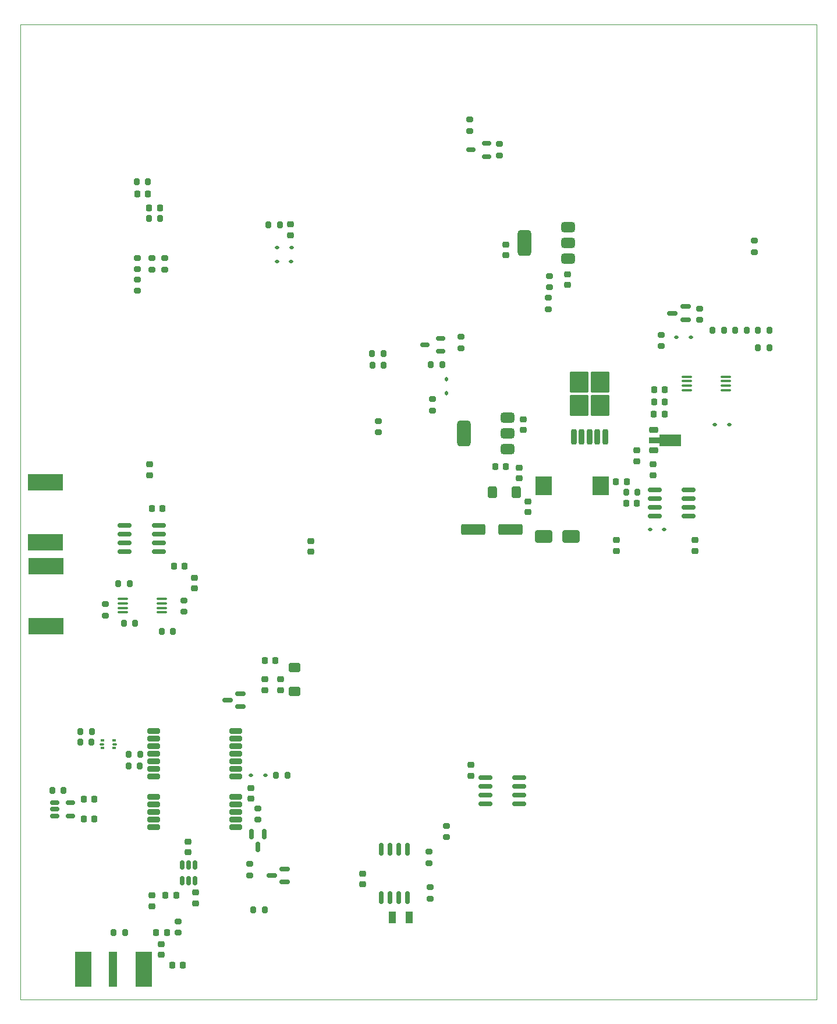
<source format=gbr>
%TF.GenerationSoftware,KiCad,Pcbnew,8.0.1*%
%TF.CreationDate,2024-08-10T17:13:53+02:00*%
%TF.ProjectId,Tracker,54726163-6b65-4722-9e6b-696361645f70,rev?*%
%TF.SameCoordinates,PX5aa5910PY998aa40*%
%TF.FileFunction,Paste,Bot*%
%TF.FilePolarity,Positive*%
%FSLAX46Y46*%
G04 Gerber Fmt 4.6, Leading zero omitted, Abs format (unit mm)*
G04 Created by KiCad (PCBNEW 8.0.1) date 2024-08-10 17:13:53*
%MOMM*%
%LPD*%
G01*
G04 APERTURE LIST*
G04 Aperture macros list*
%AMRoundRect*
0 Rectangle with rounded corners*
0 $1 Rounding radius*
0 $2 $3 $4 $5 $6 $7 $8 $9 X,Y pos of 4 corners*
0 Add a 4 corners polygon primitive as box body*
4,1,4,$2,$3,$4,$5,$6,$7,$8,$9,$2,$3,0*
0 Add four circle primitives for the rounded corners*
1,1,$1+$1,$2,$3*
1,1,$1+$1,$4,$5*
1,1,$1+$1,$6,$7*
1,1,$1+$1,$8,$9*
0 Add four rect primitives between the rounded corners*
20,1,$1+$1,$2,$3,$4,$5,0*
20,1,$1+$1,$4,$5,$6,$7,0*
20,1,$1+$1,$6,$7,$8,$9,0*
20,1,$1+$1,$8,$9,$2,$3,0*%
%AMFreePoly0*
4,1,9,3.862500,-0.866500,0.737500,-0.866500,0.737500,-0.450000,-0.737500,-0.450000,-0.737500,0.450000,0.737500,0.450000,0.737500,0.866500,3.862500,0.866500,3.862500,-0.866500,3.862500,-0.866500,$1*%
G04 Aperture macros list end*
%ADD10R,5.080000X2.420000*%
%ADD11RoundRect,0.218750X-0.256250X0.218750X-0.256250X-0.218750X0.256250X-0.218750X0.256250X0.218750X0*%
%ADD12RoundRect,0.200000X0.200000X0.275000X-0.200000X0.275000X-0.200000X-0.275000X0.200000X-0.275000X0*%
%ADD13RoundRect,0.150000X0.825000X0.150000X-0.825000X0.150000X-0.825000X-0.150000X0.825000X-0.150000X0*%
%ADD14RoundRect,0.200000X-0.275000X0.200000X-0.275000X-0.200000X0.275000X-0.200000X0.275000X0.200000X0*%
%ADD15RoundRect,0.225000X0.225000X0.250000X-0.225000X0.250000X-0.225000X-0.250000X0.225000X-0.250000X0*%
%ADD16RoundRect,0.225000X0.250000X-0.225000X0.250000X0.225000X-0.250000X0.225000X-0.250000X-0.225000X0*%
%ADD17RoundRect,0.150000X0.150000X-0.512500X0.150000X0.512500X-0.150000X0.512500X-0.150000X-0.512500X0*%
%ADD18RoundRect,0.200000X-0.200000X-0.275000X0.200000X-0.275000X0.200000X0.275000X-0.200000X0.275000X0*%
%ADD19RoundRect,0.225000X-0.225000X-0.250000X0.225000X-0.250000X0.225000X0.250000X-0.225000X0.250000X0*%
%ADD20RoundRect,0.112500X0.187500X0.112500X-0.187500X0.112500X-0.187500X-0.112500X0.187500X-0.112500X0*%
%ADD21RoundRect,0.200000X0.275000X-0.200000X0.275000X0.200000X-0.275000X0.200000X-0.275000X-0.200000X0*%
%ADD22RoundRect,0.250000X1.500000X0.550000X-1.500000X0.550000X-1.500000X-0.550000X1.500000X-0.550000X0*%
%ADD23RoundRect,0.250000X-0.600000X0.400000X-0.600000X-0.400000X0.600000X-0.400000X0.600000X0.400000X0*%
%ADD24RoundRect,0.100000X0.637500X0.100000X-0.637500X0.100000X-0.637500X-0.100000X0.637500X-0.100000X0*%
%ADD25RoundRect,0.375000X0.625000X0.375000X-0.625000X0.375000X-0.625000X-0.375000X0.625000X-0.375000X0*%
%ADD26RoundRect,0.500000X0.500000X1.400000X-0.500000X1.400000X-0.500000X-1.400000X0.500000X-1.400000X0*%
%ADD27RoundRect,0.225000X-0.250000X0.225000X-0.250000X-0.225000X0.250000X-0.225000X0.250000X0.225000X0*%
%ADD28RoundRect,0.150000X0.587500X0.150000X-0.587500X0.150000X-0.587500X-0.150000X0.587500X-0.150000X0*%
%ADD29RoundRect,0.093750X0.156250X0.093750X-0.156250X0.093750X-0.156250X-0.093750X0.156250X-0.093750X0*%
%ADD30RoundRect,0.075000X0.250000X0.075000X-0.250000X0.075000X-0.250000X-0.075000X0.250000X-0.075000X0*%
%ADD31RoundRect,0.200000X0.200000X-0.900000X0.200000X0.900000X-0.200000X0.900000X-0.200000X-0.900000X0*%
%ADD32RoundRect,0.250000X1.125000X-1.275000X1.125000X1.275000X-1.125000X1.275000X-1.125000X-1.275000X0*%
%ADD33RoundRect,0.250000X-1.000000X-0.650000X1.000000X-0.650000X1.000000X0.650000X-1.000000X0.650000X0*%
%ADD34RoundRect,0.218750X0.218750X0.256250X-0.218750X0.256250X-0.218750X-0.256250X0.218750X-0.256250X0*%
%ADD35RoundRect,0.112500X0.112500X-0.187500X0.112500X0.187500X-0.112500X0.187500X-0.112500X-0.187500X0*%
%ADD36RoundRect,0.150000X0.512500X0.150000X-0.512500X0.150000X-0.512500X-0.150000X0.512500X-0.150000X0*%
%ADD37R,1.000000X1.800000*%
%ADD38RoundRect,0.218750X0.256250X-0.218750X0.256250X0.218750X-0.256250X0.218750X-0.256250X-0.218750X0*%
%ADD39R,1.219200X5.072800*%
%ADD40R,2.420000X5.080000*%
%ADD41RoundRect,0.218750X-0.218750X-0.256250X0.218750X-0.256250X0.218750X0.256250X-0.218750X0.256250X0*%
%ADD42RoundRect,0.225000X-0.425000X-0.225000X0.425000X-0.225000X0.425000X0.225000X-0.425000X0.225000X0*%
%ADD43FreePoly0,0.000000*%
%ADD44RoundRect,0.150000X0.150000X-0.800000X0.150000X0.800000X-0.150000X0.800000X-0.150000X-0.800000X0*%
%ADD45RoundRect,0.200000X0.700000X0.200000X-0.700000X0.200000X-0.700000X-0.200000X0.700000X-0.200000X0*%
%ADD46RoundRect,0.100000X-0.637500X-0.100000X0.637500X-0.100000X0.637500X0.100000X-0.637500X0.100000X0*%
%ADD47RoundRect,0.250000X0.400000X0.600000X-0.400000X0.600000X-0.400000X-0.600000X0.400000X-0.600000X0*%
%ADD48RoundRect,0.112500X-0.187500X-0.112500X0.187500X-0.112500X0.187500X0.112500X-0.187500X0.112500X0*%
%ADD49R,2.450000X2.700000*%
%ADD50RoundRect,0.150000X-0.150000X0.587500X-0.150000X-0.587500X0.150000X-0.587500X0.150000X0.587500X0*%
%ADD51RoundRect,0.150000X-0.512500X-0.150000X0.512500X-0.150000X0.512500X0.150000X-0.512500X0.150000X0*%
%TA.AperFunction,Profile*%
%ADD52C,0.100000*%
%TD*%
G04 APERTURE END LIST*
D10*
%TO.C,J20*%
X3650000Y75150000D03*
X3650000Y66390000D03*
%TD*%
%TO.C,J2*%
X3690000Y62950000D03*
X3690000Y54190000D03*
%TD*%
D11*
%TO.C,L2*%
X37792000Y46497000D03*
X37792000Y44922000D03*
%TD*%
D12*
%TO.C,R76*%
X108905500Y94688000D03*
X107255500Y94688000D03*
%TD*%
D13*
%TO.C,U22*%
X20105000Y68880000D03*
X20105000Y67610000D03*
X20105000Y66340000D03*
X20105000Y65070000D03*
X15155000Y65070000D03*
X15155000Y66340000D03*
X15155000Y67610000D03*
X15155000Y68880000D03*
%TD*%
D12*
%TO.C,R81*%
X105610000Y97246000D03*
X103960000Y97246000D03*
%TD*%
D14*
%TO.C,R8*%
X12320000Y57390000D03*
X12320000Y55740000D03*
%TD*%
%TO.C,R98*%
X19075000Y107700000D03*
X19075000Y106050000D03*
%TD*%
D15*
%TO.C,C34*%
X22650000Y15100000D03*
X21100000Y15100000D03*
%TD*%
D16*
%TO.C,C4*%
X25260000Y59685000D03*
X25260000Y61235000D03*
%TD*%
D17*
%TO.C,U21*%
X25400000Y17225000D03*
X24450000Y17225000D03*
X23500000Y17225000D03*
X23500000Y19500000D03*
X24450000Y19500000D03*
X25400000Y19500000D03*
%TD*%
D18*
%TO.C,R101*%
X36050000Y112575000D03*
X37700000Y112575000D03*
%TD*%
D19*
%TO.C,C14*%
X92122000Y85054000D03*
X93672000Y85054000D03*
%TD*%
D20*
%TO.C,D30*%
X97482000Y96230000D03*
X95382000Y96230000D03*
%TD*%
D21*
%TO.C,R17*%
X22950000Y9650000D03*
X22950000Y11300000D03*
%TD*%
D22*
%TO.C,C33*%
X71225000Y68250000D03*
X65825000Y68250000D03*
%TD*%
D18*
%TO.C,R69*%
X8700000Y38925000D03*
X10350000Y38925000D03*
%TD*%
D19*
%TO.C,C27*%
X19120000Y71340000D03*
X20670000Y71340000D03*
%TD*%
D23*
%TO.C,D31*%
X39824000Y48196000D03*
X39824000Y44696000D03*
%TD*%
D19*
%TO.C,C12*%
X92148000Y88610000D03*
X93698000Y88610000D03*
%TD*%
D16*
%TO.C,C9*%
X24350000Y21325000D03*
X24350000Y22875000D03*
%TD*%
D24*
%TO.C,U29*%
X102608000Y90468000D03*
X102608000Y89818000D03*
X102608000Y89168000D03*
X102608000Y88518000D03*
X96883000Y88518000D03*
X96883000Y89168000D03*
X96883000Y89818000D03*
X96883000Y90468000D03*
%TD*%
D18*
%TO.C,R9*%
X14215000Y60360000D03*
X15865000Y60360000D03*
%TD*%
D21*
%TO.C,R33*%
X65350000Y126200000D03*
X65350000Y127850000D03*
%TD*%
D19*
%TO.C,C1*%
X22325000Y62925000D03*
X23875000Y62925000D03*
%TD*%
D25*
%TO.C,U11*%
X70812000Y84546000D03*
X70812000Y82246000D03*
D26*
X64512000Y82246000D03*
D25*
X70812000Y79946000D03*
%TD*%
D18*
%TO.C,R42*%
X51175000Y92125000D03*
X52825000Y92125000D03*
%TD*%
D27*
%TO.C,C37*%
X89608000Y79746000D03*
X89608000Y78196000D03*
%TD*%
D14*
%TO.C,R99*%
X16964000Y104612000D03*
X16964000Y102962000D03*
%TD*%
D28*
%TO.C,Q10*%
X32000000Y44400000D03*
X32000000Y42500000D03*
X30125000Y43450000D03*
%TD*%
D11*
%TO.C,L1*%
X35506000Y46497000D03*
X35506000Y44922000D03*
%TD*%
D14*
%TO.C,R51*%
X59940000Y87205000D03*
X59940000Y85555000D03*
%TD*%
D16*
%TO.C,C7*%
X33474000Y29161000D03*
X33474000Y30711000D03*
%TD*%
D18*
%TO.C,R66*%
X18650000Y113502000D03*
X20300000Y113502000D03*
%TD*%
D29*
%TO.C,U26*%
X13600000Y37575000D03*
D30*
X13675000Y37037500D03*
D29*
X13600000Y36500000D03*
X11900000Y36500000D03*
D30*
X11825000Y37037500D03*
D29*
X11900000Y37575000D03*
%TD*%
D27*
%TO.C,C15*%
X79550000Y105375000D03*
X79550000Y103825000D03*
%TD*%
D31*
%TO.C,U4*%
X85055000Y81700000D03*
X83915000Y81700000D03*
X82775000Y81700000D03*
D32*
X81250000Y86325000D03*
X84300000Y86325000D03*
X81250000Y89675000D03*
X84300000Y89675000D03*
D31*
X81635000Y81700000D03*
X80495000Y81700000D03*
%TD*%
D21*
%TO.C,R97*%
X20950000Y106050000D03*
X20950000Y107700000D03*
%TD*%
D12*
%TO.C,R39*%
X61330000Y92230000D03*
X59680000Y92230000D03*
%TD*%
D15*
%TO.C,C31*%
X18551000Y117058000D03*
X17001000Y117058000D03*
%TD*%
D11*
%TO.C,L3*%
X42230000Y66595000D03*
X42230000Y65020000D03*
%TD*%
D18*
%TO.C,R13*%
X15700000Y33900000D03*
X17350000Y33900000D03*
%TD*%
D21*
%TO.C,R83*%
X98752000Y98707000D03*
X98752000Y100357000D03*
%TD*%
D16*
%TO.C,C25*%
X20500000Y6450000D03*
X20500000Y8000000D03*
%TD*%
D33*
%TO.C,D23*%
X76075000Y67225000D03*
X80075000Y67225000D03*
%TD*%
D34*
%TO.C,L6*%
X21275000Y9650000D03*
X19700000Y9650000D03*
%TD*%
D12*
%TO.C,R82*%
X102308000Y97246000D03*
X100658000Y97246000D03*
%TD*%
D35*
%TO.C,D19*%
X61975000Y88050000D03*
X61975000Y90150000D03*
%TD*%
D16*
%TO.C,C30*%
X39250000Y111050000D03*
X39250000Y112600000D03*
%TD*%
D25*
%TO.C,U16*%
X79630000Y112210000D03*
X79630000Y109910000D03*
D26*
X73330000Y109910000D03*
D25*
X79630000Y107610000D03*
%TD*%
D18*
%TO.C,R32*%
X51150000Y93875000D03*
X52800000Y93875000D03*
%TD*%
D13*
%TO.C,U17*%
X72550000Y32185000D03*
X72550000Y30915000D03*
X72550000Y29645000D03*
X72550000Y28375000D03*
X67600000Y28375000D03*
X67600000Y29645000D03*
X67600000Y30915000D03*
X67600000Y32185000D03*
%TD*%
D21*
%TO.C,R36*%
X69680000Y122640000D03*
X69680000Y124290000D03*
%TD*%
D15*
%TO.C,C40*%
X89634000Y72100000D03*
X88084000Y72100000D03*
%TD*%
D14*
%TO.C,R44*%
X52075000Y84025000D03*
X52075000Y82375000D03*
%TD*%
D36*
%TO.C,Q8*%
X61075000Y96050000D03*
X61075000Y94150000D03*
X58800000Y95100000D03*
%TD*%
D20*
%TO.C,D36*%
X35600000Y32500000D03*
X33500000Y32500000D03*
%TD*%
D37*
%TO.C,Y2*%
X54050000Y11900000D03*
X56550000Y11900000D03*
%TD*%
D14*
%TO.C,R43*%
X64070000Y96250000D03*
X64070000Y94600000D03*
%TD*%
D19*
%TO.C,C36*%
X9200000Y26200000D03*
X10750000Y26200000D03*
%TD*%
D11*
%TO.C,L11*%
X92020000Y77713500D03*
X92020000Y76138500D03*
%TD*%
D14*
%TO.C,R49*%
X76756000Y101944000D03*
X76756000Y100294000D03*
%TD*%
D11*
%TO.C,L9*%
X19150000Y15100000D03*
X19150000Y13525000D03*
%TD*%
D27*
%TO.C,C11*%
X65478000Y34026000D03*
X65478000Y32476000D03*
%TD*%
D18*
%TO.C,R112*%
X88100000Y73675000D03*
X89750000Y73675000D03*
%TD*%
D15*
%TO.C,C26*%
X23600000Y4950000D03*
X22050000Y4950000D03*
%TD*%
D18*
%TO.C,R14*%
X15750000Y35600000D03*
X17400000Y35600000D03*
%TD*%
D12*
%TO.C,R75*%
X108905500Y97198000D03*
X107255500Y97198000D03*
%TD*%
D38*
%TO.C,L8*%
X86700000Y65125000D03*
X86700000Y66700000D03*
%TD*%
D11*
%TO.C,L10*%
X18742000Y77739000D03*
X18742000Y76164000D03*
%TD*%
%TO.C,L4*%
X98140000Y66700000D03*
X98140000Y65125000D03*
%TD*%
D39*
%TO.C,J10*%
X13479200Y4306400D03*
D40*
X9150000Y4310000D03*
X17910000Y4310000D03*
%TD*%
D41*
%TO.C,L14*%
X35506000Y49240000D03*
X37081000Y49240000D03*
%TD*%
D42*
%TO.C,U12*%
X92102000Y79744000D03*
D43*
X92189500Y81244000D03*
D42*
X92102000Y82744000D03*
%TD*%
D44*
%TO.C,U13*%
X56255000Y14750000D03*
X54985000Y14750000D03*
X53715000Y14750000D03*
X52445000Y14750000D03*
X52445000Y21750000D03*
X53715000Y21750000D03*
X54985000Y21750000D03*
X56255000Y21750000D03*
%TD*%
D21*
%TO.C,R52*%
X59600000Y14600000D03*
X59600000Y16250000D03*
%TD*%
D15*
%TO.C,C16*%
X70584000Y77434000D03*
X69034000Y77434000D03*
%TD*%
D28*
%TO.C,Q9*%
X96718000Y100663000D03*
X96718000Y98763000D03*
X94843000Y99713000D03*
%TD*%
D14*
%TO.C,R100*%
X16964000Y107723000D03*
X16964000Y106073000D03*
%TD*%
D45*
%TO.C,U3*%
X31325000Y39000000D03*
X31325000Y37900000D03*
X31325000Y36800000D03*
X31325000Y35700000D03*
X31325000Y34600000D03*
X31325000Y33500000D03*
X31325000Y32400000D03*
X31325000Y29400000D03*
X31325000Y28300000D03*
X31325000Y27200000D03*
X31325000Y26100000D03*
X31325000Y25000000D03*
X19325000Y25000000D03*
X19325000Y26100000D03*
X19325000Y27200000D03*
X19325000Y28300000D03*
X19325000Y29400000D03*
X19325000Y32400000D03*
X19325000Y33500000D03*
X19325000Y34600000D03*
X19325000Y35700000D03*
X19325000Y36800000D03*
X19325000Y37900000D03*
X19325000Y39000000D03*
%TD*%
D18*
%TO.C,R65*%
X16901000Y118836000D03*
X18551000Y118836000D03*
%TD*%
D12*
%TO.C,R7*%
X16660000Y54640000D03*
X15010000Y54640000D03*
%TD*%
D14*
%TO.C,R18*%
X59450000Y21425000D03*
X59450000Y19775000D03*
%TD*%
%TO.C,R27*%
X106700000Y110250000D03*
X106700000Y108600000D03*
%TD*%
D46*
%TO.C,U1*%
X14855000Y56200000D03*
X14855000Y56850000D03*
X14855000Y57500000D03*
X14855000Y58150000D03*
X20580000Y58150000D03*
X20580000Y57500000D03*
X20580000Y56850000D03*
X20580000Y56200000D03*
%TD*%
D38*
%TO.C,L13*%
X73800000Y70775000D03*
X73800000Y72350000D03*
%TD*%
D18*
%TO.C,R5*%
X20510000Y53470000D03*
X22160000Y53470000D03*
%TD*%
D28*
%TO.C,Q11*%
X38400000Y18900000D03*
X38400000Y17000000D03*
X36525000Y17950000D03*
%TD*%
D12*
%TO.C,R92*%
X38800000Y32550000D03*
X37150000Y32550000D03*
%TD*%
D36*
%TO.C,Q3*%
X67785000Y124380000D03*
X67785000Y122480000D03*
X65510000Y123430000D03*
%TD*%
D27*
%TO.C,C20*%
X49730000Y18252000D03*
X49730000Y16702000D03*
%TD*%
%TO.C,C18*%
X70558000Y109692000D03*
X70558000Y108142000D03*
%TD*%
D47*
%TO.C,D29*%
X72100000Y73650000D03*
X68600000Y73650000D03*
%TD*%
D15*
%TO.C,C32*%
X20266000Y115026000D03*
X18716000Y115026000D03*
%TD*%
D14*
%TO.C,R48*%
X76908000Y105120000D03*
X76908000Y103470000D03*
%TD*%
D48*
%TO.C,D22*%
X37275000Y107175000D03*
X39375000Y107175000D03*
%TD*%
D18*
%TO.C,R56*%
X13525000Y9650000D03*
X15175000Y9650000D03*
%TD*%
D38*
%TO.C,L7*%
X72575000Y75687500D03*
X72575000Y77262500D03*
%TD*%
D18*
%TO.C,R70*%
X8675000Y37400000D03*
X10325000Y37400000D03*
%TD*%
D12*
%TO.C,R71*%
X6250000Y30300000D03*
X4600000Y30300000D03*
%TD*%
D19*
%TO.C,C35*%
X9200000Y29100000D03*
X10750000Y29100000D03*
%TD*%
D13*
%TO.C,U10*%
X97175000Y74055000D03*
X97175000Y72785000D03*
X97175000Y71515000D03*
X97175000Y70245000D03*
X92225000Y70245000D03*
X92225000Y71515000D03*
X92225000Y72785000D03*
X92225000Y74055000D03*
%TD*%
D49*
%TO.C,L5*%
X76100000Y74575000D03*
X84350000Y74575000D03*
%TD*%
D48*
%TO.C,D16*%
X91550000Y68250000D03*
X93650000Y68250000D03*
%TD*%
D21*
%TO.C,R93*%
X33300000Y18000000D03*
X33300000Y19650000D03*
%TD*%
D27*
%TO.C,C10*%
X25500000Y15500000D03*
X25500000Y13950000D03*
%TD*%
D21*
%TO.C,R1*%
X61922000Y23523000D03*
X61922000Y25173000D03*
%TD*%
D16*
%TO.C,C17*%
X73098000Y82742000D03*
X73098000Y84292000D03*
%TD*%
D15*
%TO.C,C8*%
X88175000Y75200000D03*
X86625000Y75200000D03*
%TD*%
D21*
%TO.C,R6*%
X23790000Y56310000D03*
X23790000Y57960000D03*
%TD*%
%TO.C,R2*%
X93164000Y94897000D03*
X93164000Y96547000D03*
%TD*%
D12*
%TO.C,R57*%
X35527500Y12995000D03*
X33877500Y12995000D03*
%TD*%
D19*
%TO.C,C13*%
X92148000Y86832000D03*
X93698000Y86832000D03*
%TD*%
D50*
%TO.C,Q1*%
X33550000Y24025000D03*
X35450000Y24025000D03*
X34500000Y22150000D03*
%TD*%
D48*
%TO.C,D32*%
X100970000Y83530000D03*
X103070000Y83530000D03*
%TD*%
D51*
%TO.C,U27*%
X4950000Y26650000D03*
X4950000Y27600000D03*
X4950000Y28550000D03*
X7225000Y28550000D03*
X7225000Y26650000D03*
%TD*%
D20*
%TO.C,D35*%
X39425000Y109275000D03*
X37325000Y109275000D03*
%TD*%
D14*
%TO.C,R58*%
X34550000Y27750000D03*
X34550000Y26100000D03*
%TD*%
D52*
X-38155Y141677480D02*
X115800000Y141677480D01*
X115800000Y-22520D01*
X-38155Y-22520D01*
X-38155Y141677480D01*
M02*

</source>
